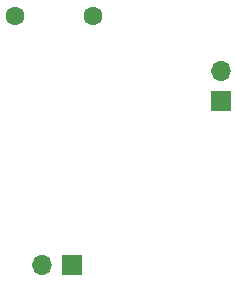
<source format=gbr>
G04 #@! TF.FileFunction,Soldermask,Bot*
%FSLAX46Y46*%
G04 Gerber Fmt 4.6, Leading zero omitted, Abs format (unit mm)*
G04 Created by KiCad (PCBNEW 4.0.6-e0-6349~53~ubuntu14.04.1) date Sat Mar 25 21:58:17 2017*
%MOMM*%
%LPD*%
G01*
G04 APERTURE LIST*
%ADD10C,0.100000*%
%ADD11R,1.700000X1.700000*%
%ADD12O,1.700000X1.700000*%
%ADD13C,1.600000*%
G04 APERTURE END LIST*
D10*
D11*
X159750000Y-109000000D03*
D12*
X157210000Y-109000000D03*
D11*
X172325000Y-95125000D03*
D12*
X172325000Y-92585000D03*
D13*
X161525000Y-87925000D03*
X154925000Y-87925000D03*
M02*

</source>
